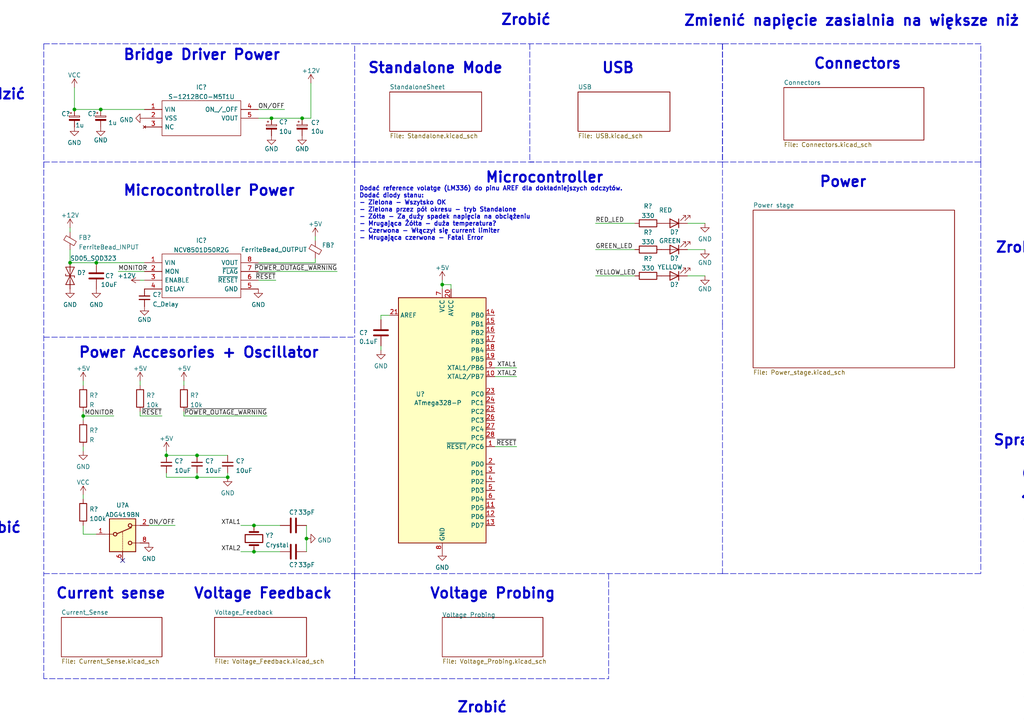
<source format=kicad_sch>
(kicad_sch (version 20211123) (generator eeschema)
  (paper "A4")
  (title_block (title "DC-DC Power Supply"))
  (lib_symbols
    (symbol "Analog_Switch:ADG419BN" (pin_names (offset 0.254))
      (property "Reference" "U" (at -3.175 4.699 0))
      (property "Value" "ADG419BN" (at -3.175 2.921 0))
      (symbol "ADG419BN_1_1"
        (rectangle (start -3.81 1.905) (end 3.81 -7.62) (stroke (width 0.254)) (fill (type background)))
        (circle (center -2.159 -2.54) (radius 0.508) (stroke (width 0.254)))
        (polyline (pts (xy -5.08 -2.54) (xy -2.794 -2.54)))
        (polyline (pts (xy -1.651 -2.413) (xy 2.54 -0.635)) (stroke (width 0.254)))
        (polyline (pts (xy 0 -7.62) (xy 0 -7.112)))
        (polyline (pts (xy 0 -6.858) (xy 0 -6.604)))
        (polyline (pts (xy 0 -6.35) (xy 0 -6.096)))
        (polyline (pts (xy 0 -5.842) (xy 0 -5.588)))
        (polyline (pts (xy 0 -5.334) (xy 0 -5.08)))
        (polyline (pts (xy 0 -4.826) (xy 0 -4.572)))
        (polyline (pts (xy 0 -4.318) (xy 0 -4.064)))
        (polyline (pts (xy 0 -3.81) (xy 0 -3.556)))
        (polyline (pts (xy 0 -3.302) (xy 0 -3.048)))
        (polyline (pts (xy 0 -2.794) (xy 0 -2.54)))
        (polyline (pts (xy 0 -2.286) (xy 0 -2.032)))
        (polyline (pts (xy 0 -2.286) (xy 0 -2.032)))
        (polyline (pts (xy 5.08 -5.08) (xy 2.794 -5.08)))
        (polyline (pts (xy 5.08 0) (xy 2.794 0)))
        (circle (center 2.159 -5.08) (radius 0.508) (stroke (width 0.254)))
        (circle (center 2.159 0) (radius 0.508) (stroke (width 0.254)))
        (pin passive line (at -7.62 -2.54 0) (length 2.54) (name "~") (number "1"))
        (pin passive line (at 7.62 0 180) (length 2.54) (name "~") (number "2"))
        (pin input line (at 0 -10.16 90) (length 2.54) (name "~") (number "6"))
        (pin passive line (at 7.62 -5.08 180) (length 2.54) (name "~") (number "8"))
      )
      (symbol "ADG419BN_2_0"
        (pin power_in line (at 0 -12.7 90) (length 2.54) (name "GND") (number "3"))
        (pin power_in line (at 0 12.7 270) (length 2.54) (name "V+") (number "4"))
        (pin power_in line (at 2.54 12.7 270) (length 2.54) (name "VL") (number "5"))
        (pin power_in line (at 2.54 -12.7 90) (length 2.54) (name "V-") (number "7"))
      )
      (symbol "ADG419BN_2_1"
        (rectangle (start -3.81 10.16) (end 6.35 -10.16) (stroke (width 0.254)) (fill (type background)))
      )
    )
    (symbol "Device:C" (pin_numbers hide) (pin_names (offset 0.254))
      (property "Reference" "C" (at 0.635 2.54 0))
      (property "Value" "C" (at 0.635 -2.54 0))
      (symbol "C_0_1"
        (polyline (pts (xy -2.032 -0.762) (xy 2.032 -0.762)) (stroke (width 0.508)))
        (polyline (pts (xy -2.032 0.762) (xy 2.032 0.762)) (stroke (width 0.508)))
      )
      (symbol "C_1_1"
        (pin passive line (at 0 3.81 270) (length 2.794) (name "~") (number "1"))
        (pin passive line (at 0 -3.81 90) (length 2.794) (name "~") (number "2"))
      )
    )
    (symbol "Device:C_Polarized_Small" (pin_numbers hide) (pin_names (offset 0.254) hide)
      (property "Reference" "C" (at 0.254 1.778 0))
      (property "Value" "C_Polarized_Small" (at 0.254 -2.032 0))
      (symbol "C_Polarized_Small_0_1"
        (rectangle (start -1.524 -0.3048) (end 1.524 -0.6858) (fill (type outline)))
        (rectangle (start -1.524 0.6858) (end 1.524 0.3048))
        (polyline (pts (xy -1.27 1.524) (xy -0.762 1.524)))
        (polyline (pts (xy -1.016 1.27) (xy -1.016 1.778)))
      )
      (symbol "C_Polarized_Small_1_1"
        (pin passive line (at 0 2.54 270) (length 1.8542) (name "~") (number "1"))
        (pin passive line (at 0 -2.54 90) (length 1.8542) (name "~") (number "2"))
      )
    )
    (symbol "Device:C_Small" (pin_numbers hide) (pin_names (offset 0.254) hide)
      (property "Reference" "C" (at 0.254 1.778 0))
      (property "Value" "C_Small" (at 0.254 -2.032 0))
      (symbol "C_Small_0_1"
        (polyline (pts (xy -1.524 -0.508) (xy 1.524 -0.508)) (stroke (width 0.3302)))
        (polyline (pts (xy -1.524 0.508) (xy 1.524 0.508)) (stroke (width 0.3048)))
      )
      (symbol "C_Small_1_1"
        (pin passive line (at 0 2.54 270) (length 2.032) (name "~") (number "1"))
        (pin passive line (at 0 -2.54 90) (length 2.032) (name "~") (number "2"))
      )
    )
    (symbol "Device:Crystal" (pin_numbers hide) (pin_names (offset 1.016) hide)
      (property "Reference" "Y" (at 0 3.81 0))
      (property "Value" "Crystal" (at 0 -3.81 0))
      (symbol "Crystal_0_1"
        (rectangle (start -1.143 2.54) (end 1.143 -2.54) (stroke (width 0.3048)))
        (polyline (pts (xy -2.54 0) (xy -1.905 0)))
        (polyline (pts (xy -1.905 -1.27) (xy -1.905 1.27)) (stroke (width 0.508)))
        (polyline (pts (xy 1.905 -1.27) (xy 1.905 1.27)) (stroke (width 0.508)))
        (polyline (pts (xy 2.54 0) (xy 1.905 0)))
      )
      (symbol "Crystal_1_1"
        (pin passive line (at -3.81 0 0) (length 1.27) (name "1") (number "1"))
        (pin passive line (at 3.81 0 180) (length 1.27) (name "2") (number "2"))
      )
    )
    (symbol "Device:FerriteBead_Small" (pin_numbers hide) (pin_names (offset 0))
      (property "Reference" "FB" (at 1.905 1.27 0))
      (property "Value" "FerriteBead_Small" (at 1.905 -1.27 0))
      (symbol "FerriteBead_Small_0_1"
        (polyline (pts (xy 0 -1.27) (xy 0 -0.7874)))
        (polyline (pts (xy 0 0.889) (xy 0 1.2954)))
        (polyline (pts (xy -1.8288 0.2794) (xy -1.1176 1.4986) (xy 1.8288 -0.2032) (xy 1.1176 -1.4224) (xy -1.8288 0.2794)))
      )
      (symbol "FerriteBead_Small_1_1"
        (pin passive line (at 0 2.54 270) (length 1.27) (name "~") (number "1"))
        (pin passive line (at 0 -2.54 90) (length 1.27) (name "~") (number "2"))
      )
    )
    (symbol "Device:LED" (pin_numbers hide) (pin_names (offset 1.016) hide)
      (property "Reference" "D" (at 0 2.54 0))
      (property "Value" "LED" (at 0 -2.54 0))
      (symbol "LED_0_1"
        (polyline (pts (xy -1.27 -1.27) (xy -1.27 1.27)) (stroke (width 0.254)))
        (polyline (pts (xy -1.27 0) (xy 1.27 0)))
        (polyline (pts (xy 1.27 -1.27) (xy 1.27 1.27) (xy -1.27 0) (xy 1.27 -1.27)) (stroke (width 0.254)))
        (polyline (pts (xy -3.048 -0.762) (xy -4.572 -2.286) (xy -3.81 -2.286) (xy -4.572 -2.286) (xy -4.572 -1.524)))
        (polyline (pts (xy -1.778 -0.762) (xy -3.302 -2.286) (xy -2.54 -2.286) (xy -3.302 -2.286) (xy -3.302 -1.524)))
      )
      (symbol "LED_1_1"
        (pin passive line (at -3.81 0 0) (length 2.54) (name "K") (number "1"))
        (pin passive line (at 3.81 0 180) (length 2.54) (name "A") (number "2"))
      )
    )
    (symbol "Device:R" (pin_numbers hide) (pin_names (offset 0))
      (property "Reference" "R" (at 2.032 0 90))
      (property "Value" "R" (at 0 0 90))
      (symbol "R_0_1"
        (rectangle (start -1.016 -2.54) (end 1.016 2.54) (stroke (width 0.254)))
      )
      (symbol "R_1_1"
        (pin passive line (at 0 3.81 270) (length 1.27) (name "~") (number "1"))
        (pin passive line (at 0 -3.81 90) (length 1.27) (name "~") (number "2"))
      )
    )
    (symbol "Diode:SD05_SOD323" (pin_numbers hide) (pin_names (offset 1.016) hide)
      (property "Reference" "D" (at 0 2.54 0))
      (property "Value" "SD05_SOD323" (at 0 -2.54 0))
      (symbol "SD05_SOD323_0_1"
        (polyline (pts (xy 1.27 0) (xy -1.27 0)))
        (polyline (pts (xy -2.54 -1.27) (xy 0 0) (xy -2.54 1.27) (xy -2.54 -1.27)) (stroke (width 0.2032)))
        (polyline (pts (xy 0.508 1.27) (xy 0 1.27) (xy 0 -1.27) (xy -0.508 -1.27)) (stroke (width 0.2032)))
        (polyline (pts (xy 2.54 1.27) (xy 2.54 -1.27) (xy 0 0) (xy 2.54 1.27)) (stroke (width 0.2032)))
      )
      (symbol "SD05_SOD323_1_1"
        (pin passive line (at -3.81 0 0) (length 2.54) (name "A1") (number "1"))
        (pin passive line (at 3.81 0 180) (length 2.54) (name "A2") (number "2"))
      )
    )
    (symbol "MCU_Microchip_ATmega:ATmega328-P"
      (property "Reference" "U" (at -12.7 36.83 0))
      (property "Value" "ATmega328-P" (at 2.54 -36.83 0))
      (symbol "ATmega328-P_0_1"
        (rectangle (start -12.7 -35.56) (end 12.7 35.56) (stroke (width 0.254)) (fill (type background)))
      )
      (symbol "ATmega328-P_1_1"
        (pin bidirectional line (at 15.24 -7.62 180) (length 2.54) (name "~{RESET}/PC6") (number "1"))
        (pin bidirectional line (at 15.24 12.7 180) (length 2.54) (name "XTAL2/PB7") (number "10"))
        (pin bidirectional line (at 15.24 -25.4 180) (length 2.54) (name "PD5") (number "11"))
        (pin bidirectional line (at 15.24 -27.94 180) (length 2.54) (name "PD6") (number "12"))
        (pin bidirectional line (at 15.24 -30.48 180) (length 2.54) (name "PD7") (number "13"))
        (pin bidirectional line (at 15.24 30.48 180) (length 2.54) (name "PB0") (number "14"))
        (pin bidirectional line (at 15.24 27.94 180) (length 2.54) (name "PB1") (number "15"))
        (pin bidirectional line (at 15.24 25.4 180) (length 2.54) (name "PB2") (number "16"))
        (pin bidirectional line (at 15.24 22.86 180) (length 2.54) (name "PB3") (number "17"))
        (pin bidirectional line (at 15.24 20.32 180) (length 2.54) (name "PB4") (number "18"))
        (pin bidirectional line (at 15.24 17.78 180) (length 2.54) (name "PB5") (number "19"))
        (pin bidirectional line (at 15.24 -12.7 180) (length 2.54) (name "PD0") (number "2"))
        (pin power_in line (at 2.54 38.1 270) (length 2.54) (name "AVCC") (number "20"))
        (pin passive line (at -15.24 30.48 0) (length 2.54) (name "AREF") (number "21"))
        (pin passive line (at 0 -38.1 90) (length 2.54) hide (name "GND") (number "22"))
        (pin bidirectional line (at 15.24 7.62 180) (length 2.54) (name "PC0") (number "23"))
        (pin bidirectional line (at 15.24 5.08 180) (length 2.54) (name "PC1") (number "24"))
        (pin bidirectional line (at 15.24 2.54 180) (length 2.54) (name "PC2") (number "25"))
        (pin bidirectional line (at 15.24 0 180) (length 2.54) (name "PC3") (number "26"))
        (pin bidirectional line (at 15.24 -2.54 180) (length 2.54) (name "PC4") (number "27"))
        (pin bidirectional line (at 15.24 -5.08 180) (length 2.54) (name "PC5") (number "28"))
        (pin bidirectional line (at 15.24 -15.24 180) (length 2.54) (name "PD1") (number "3"))
        (pin bidirectional line (at 15.24 -17.78 180) (length 2.54) (name "PD2") (number "4"))
        (pin bidirectional line (at 15.24 -20.32 180) (length 2.54) (name "PD3") (number "5"))
        (pin bidirectional line (at 15.24 -22.86 180) (length 2.54) (name "PD4") (number "6"))
        (pin power_in line (at 0 38.1 270) (length 2.54) (name "VCC") (number "7"))
        (pin power_in line (at 0 -38.1 90) (length 2.54) (name "GND") (number "8"))
        (pin bidirectional line (at 15.24 15.24 180) (length 2.54) (name "XTAL1/PB6") (number "9"))
      )
    )
    (symbol "NCV8501D50R2G:NCV8501D50R2G" (pin_names (offset 0.762))
      (property "Reference" "IC" (at 29.21 7.62 0))
      (property "Value" "NCV8501D50R2G" (at 29.21 5.08 0))
      (symbol "NCV8501D50R2G_0_0"
        (pin passive line (at 0 0 0) (length 5.08) (name "VIN") (number "1"))
        (pin passive line (at 0 -2.54 0) (length 5.08) (name "MON") (number "2"))
        (pin passive line (at 0 -5.08 0) (length 5.08) (name "ENABLE") (number "3"))
        (pin passive line (at 0 -7.62 0) (length 5.08) (name "DELAY") (number "4"))
        (pin passive line (at 33.02 -7.62 180) (length 5.08) (name "GND") (number "5"))
        (pin passive line (at 33.02 -5.08 180) (length 5.08) (name "~{RESET}") (number "6"))
        (pin passive line (at 33.02 -2.54 180) (length 5.08) (name "~{FLAG}") (number "7"))
        (pin passive line (at 33.02 0 180) (length 5.08) (name "VOUT") (number "8"))
      )
      (symbol "NCV8501D50R2G_0_1"
        (polyline (pts (xy 5.08 2.54) (xy 27.94 2.54) (xy 27.94 -10.16) (xy 5.08 -10.16) (xy 5.08 2.54)) (stroke (width 0.1524)))
      )
    )
    (symbol "S-1212BC0-M5T1U:S-1212BC0-M5T1U" (pin_names (offset 0.762))
      (property "Reference" "IC" (at 29.21 7.62 0))
      (property "Value" "S-1212BC0-M5T1U" (at 29.21 5.08 0))
      (symbol "S-1212BC0-M5T1U_0_0"
        (pin passive line (at 0 0 0) (length 5.08) (name "VIN") (number "1"))
        (pin passive line (at 0 -2.54 0) (length 5.08) (name "VSS") (number "2"))
        (pin no_connect line (at 0 -5.08 0) (length 5.08) (name "NC") (number "3"))
        (pin passive line (at 33.02 0 180) (length 5.08) (name "ON_/_OFF") (number "4"))
        (pin passive line (at 33.02 -2.54 180) (length 5.08) (name "VOUT") (number "5"))
      )
      (symbol "S-1212BC0-M5T1U_0_1"
        (polyline (pts (xy 5.08 2.54) (xy 27.94 2.54) (xy 27.94 -7.62) (xy 5.08 -7.62) (xy 5.08 2.54)) (stroke (width 0.1524)))
      )
    )
    (symbol "power:+12V" (power) (pin_names (offset 0))
      (property "Value" "+12V" (at 0 3.556 0))
      (symbol "+12V_0_1"
        (polyline (pts (xy -0.762 1.27) (xy 0 2.54)))
        (polyline (pts (xy 0 0) (xy 0 2.54)))
        (polyline (pts (xy 0 2.54) (xy 0.762 1.27)))
      )
      (symbol "+12V_1_1"
        (pin power_in line (at 0 0 90) (length 0) hide (name "+12V") (number "1"))
      )
    )
    (symbol "power:+5V" (power) (pin_names (offset 0))
      (property "Value" "+5V" (at 0 3.556 0))
      (symbol "+5V_0_1"
        (polyline (pts (xy -0.762 1.27) (xy 0 2.54)))
        (polyline (pts (xy 0 0) (xy 0 2.54)))
        (polyline (pts (xy 0 2.54) (xy 0.762 1.27)))
      )
      (symbol "+5V_1_1"
        (pin power_in line (at 0 0 90) (length 0) hide (name "+5V") (number "1"))
      )
    )
    (symbol "power:GND" (power) (pin_names (offset 0))
      (property "Value" "GND" (at 0 -3.81 0))
      (symbol "GND_0_1"
        (polyline (pts (xy 0 0) (xy 0 -1.27) (xy 1.27 -1.27) (xy 0 -2.54) (xy -1.27 -1.27) (xy 0 -1.27)))
      )
      (symbol "GND_1_1"
        (pin power_in line (at 0 0 270) (length 0) hide (name "GND") (number "1"))
      )
    )
    (symbol "power:VCC" (power) (pin_names (offset 0))
      (property "Value" "VCC" (at 0 3.81 0))
      (symbol "VCC_0_1"
        (polyline (pts (xy -0.762 1.27) (xy 0 2.54)))
        (polyline (pts (xy 0 0) (xy 0 2.54)))
        (polyline (pts (xy 0 2.54) (xy 0.762 1.27)))
      )
      (symbol "VCC_1_1"
        (pin power_in line (at 0 0 90) (length 0) hide (name "VCC") (number "1"))
      )
    )
  )
  (junction (at 88.9 156.21))
  (junction (at 27.94 76.2))
  (junction (at 78.74 34.29))
  (junction (at 48.26 132.08))
  (junction (at 87.63 34.29))
  (junction (at 21.59 31.75))
  (junction (at 20.32 76.2))
  (junction (at 57.15 138.43))
  (junction (at 128.27 82.55))
  (junction (at 73.66 160.02))
  (junction (at 29.21 31.75))
  (junction (at 24.13 120.65))
  (junction (at 73.66 152.4))
  (junction (at 66.04 138.43))
  (junction (at 57.15 132.08))
  (no_connect (at 35.56 162.56))
  (wire (pts (xy 91.44 68.58) (xy 91.44 69.85)))
  (polyline (pts (xy 102.87 196.85) (xy 176.53 196.85)))
  (wire (pts (xy 90.17 24.13) (xy 90.17 34.29)))
  (wire (pts (xy 20.32 72.39) (xy 20.32 76.2)))
  (polyline (pts (xy 12.7 196.85) (xy 12.7 166.37)))
  (wire (pts (xy 110.49 100.33) (xy 110.49 101.6)))
  (polyline (pts (xy 209.55 46.99) (xy 284.48 46.99)))
  (wire (pts (xy 57.15 132.08) (xy 66.04 132.08)))
  (wire (pts (xy 130.81 83.82) (xy 130.81 82.55)))
  (polyline (pts (xy 284.48 46.99) (xy 284.48 12.7)))
  (polyline (pts (xy 102.87 196.85) (xy 12.7 196.85)))
  (polyline (pts (xy 93.98 97.79) (xy 102.87 97.79)))
  (wire (pts (xy 21.59 31.75) (xy 21.59 25.4)))
  (polyline (pts (xy 12.7 166.37) (xy 102.87 166.37)))
  (wire (pts (xy 172.72 64.77) (xy 184.15 64.77)))
  (wire (pts (xy 24.13 119.38) (xy 24.13 120.65)))
  (wire (pts (xy 128.27 82.55) (xy 128.27 83.82)))
  (wire (pts (xy 204.47 72.39) (xy 199.39 72.39)))
  (wire (pts (xy 24.13 154.94) (xy 27.94 154.94)))
  (polyline (pts (xy 102.87 12.7) (xy 209.55 12.7)))
  (polyline (pts (xy 102.87 46.99) (xy 102.87 12.7)))
  (wire (pts (xy 24.13 120.65) (xy 33.02 120.65)))
  (wire (pts (xy 97.79 78.74) (xy 74.93 78.74)))
  (wire (pts (xy 80.01 81.28) (xy 74.93 81.28)))
  (wire (pts (xy 24.13 120.65) (xy 24.13 121.92)))
  (polyline (pts (xy 102.87 166.37) (xy 209.55 166.37)))
  (wire (pts (xy 40.64 110.49) (xy 40.64 111.76)))
  (wire (pts (xy 48.26 130.81) (xy 48.26 132.08)))
  (polyline (pts (xy 102.87 166.37) (xy 102.87 196.85)))
  (wire (pts (xy 53.34 120.65) (xy 77.47 120.65)))
  (wire (pts (xy 88.9 156.21) (xy 88.9 160.02)))
  (wire (pts (xy 40.64 81.28) (xy 41.91 81.28)))
  (wire (pts (xy 73.66 152.4) (xy 81.28 152.4)))
  (polyline (pts (xy 12.7 46.99) (xy 102.87 46.99)))
  (wire (pts (xy 74.93 76.2) (xy 91.44 76.2)))
  (polyline (pts (xy 284.48 12.7) (xy 209.55 12.7)))
  (wire (pts (xy 53.34 110.49) (xy 53.34 111.76)))
  (wire (pts (xy 48.26 138.43) (xy 48.26 137.16)))
  (polyline (pts (xy 209.55 93.98) (xy 209.55 166.37)))
  (wire (pts (xy 113.03 91.44) (xy 110.49 91.44)))
  (wire (pts (xy 20.32 76.2) (xy 27.94 76.2)))
  (wire (pts (xy 110.49 91.44) (xy 110.49 92.71)))
  (wire (pts (xy 48.26 138.43) (xy 57.15 138.43)))
  (wire (pts (xy 172.72 80.01) (xy 184.15 80.01)))
  (wire (pts (xy 149.86 129.54) (xy 143.51 129.54)))
  (wire (pts (xy 69.85 152.4) (xy 73.66 152.4)))
  (polyline (pts (xy 12.7 46.99) (xy 12.7 166.37)))
  (polyline (pts (xy 209.55 166.37) (xy 284.48 166.37)))
  (polyline (pts (xy 176.53 166.37) (xy 176.53 196.85)))
  (wire (pts (xy 24.13 129.54) (xy 24.13 130.81)))
  (wire (pts (xy 130.81 82.55) (xy 128.27 82.55)))
  (wire (pts (xy 24.13 143.51) (xy 24.13 144.78)))
  (polyline (pts (xy 102.87 46.99) (xy 102.87 97.79)))
  (wire (pts (xy 204.47 80.01) (xy 199.39 80.01)))
  (wire (pts (xy 149.86 106.68) (xy 143.51 106.68)))
  (wire (pts (xy 53.34 119.38) (xy 53.34 120.65)))
  (wire (pts (xy 40.64 120.65) (xy 46.99 120.65)))
  (wire (pts (xy 66.04 138.43) (xy 66.04 137.16)))
  (polyline (pts (xy 284.48 46.99) (xy 284.48 166.37)))
  (polyline (pts (xy 209.55 12.7) (xy 209.55 93.98)))
  (wire (pts (xy 41.91 31.75) (xy 29.21 31.75)))
  (wire (pts (xy 149.86 109.22) (xy 143.51 109.22)))
  (wire (pts (xy 24.13 110.49) (xy 24.13 111.76)))
  (polyline (pts (xy 153.67 46.99) (xy 154.94 46.99)))
  (wire (pts (xy 40.64 119.38) (xy 40.64 120.65)))
  (wire (pts (xy 57.15 138.43) (xy 66.04 138.43)))
  (wire (pts (xy 78.74 34.29) (xy 74.93 34.29)))
  (wire (pts (xy 24.13 152.4) (xy 24.13 154.94)))
  (wire (pts (xy 69.85 160.02) (xy 73.66 160.02)))
  (wire (pts (xy 90.17 34.29) (xy 87.63 34.29)))
  (wire (pts (xy 27.94 76.2) (xy 41.91 76.2)))
  (wire (pts (xy 21.59 31.75) (xy 29.21 31.75)))
  (wire (pts (xy 57.15 138.43) (xy 57.15 137.16)))
  (wire (pts (xy 87.63 34.29) (xy 78.74 34.29)))
  (wire (pts (xy 91.44 74.93) (xy 91.44 76.2)))
  (polyline (pts (xy 102.87 166.37) (xy 102.87 196.85)))
  (polyline (pts (xy 12.7 97.79) (xy 93.98 97.79)))
  (wire (pts (xy 82.55 31.75) (xy 74.93 31.75)))
  (wire (pts (xy 172.72 72.39) (xy 184.15 72.39)))
  (polyline (pts (xy 102.87 46.99) (xy 209.55 46.99)))
  (wire (pts (xy 50.8 152.4) (xy 43.18 152.4)))
  (wire (pts (xy 204.47 64.77) (xy 199.39 64.77)))
  (polyline (pts (xy 102.87 166.37) (xy 102.87 97.79)))
  (polyline (pts (xy 12.7 12.7) (xy 102.87 12.7)))
  (wire (pts (xy 73.66 160.02) (xy 81.28 160.02)))
  (polyline (pts (xy 153.67 12.7) (xy 153.67 46.99)))
  (wire (pts (xy 128.27 81.28) (xy 128.27 82.55)))
  (wire (pts (xy 88.9 152.4) (xy 88.9 156.21)))
  (wire (pts (xy 48.26 132.08) (xy 57.15 132.08)))
  (polyline (pts (xy 12.7 12.7) (xy 12.7 49.53)))
  (wire (pts (xy 20.32 66.04) (xy 20.32 67.31)))
  (polyline (pts (xy 209.55 12.7) (xy 209.55 46.99)))
  (wire (pts (xy 34.29 78.74) (xy 41.91 78.74)))
  (text "Standalone Mode" (at 146.05 21.59 180) (effects (font (size 3 3) bold) (justify right bottom)))
  (text "Zrobić" (at 6.35 154.94 180) (effects (font (size 3 3) bold) (justify right bottom)))
  (text "Zmienić napięcie zasialnia na większe niż 5V\n\n" (at 303.53 12.7 180) (effects (font (size 3 3) bold) (justify right bottom)))
  (text "Current sense" (at 48.26 173.99 180) (effects (font (size 3 3) bold) (justify right bottom)))
  (text "Zrobić" (at 160.02 7.62 180) (effects (font (size 3 3) bold) (justify right bottom)))
  (text "Bridge Driver Power\n" (at 35.56 17.78 0) (effects (font (size 3 3) (thickness 0.6) bold) (justify left bottom)))
  (text "Power\n" (at 237.49 54.61 0) (effects (font (size 3 3) (thickness 0.6) bold) (justify left bottom)))
  (text "Voltage Probing" (at 161.29 173.99 180) (effects (font (size 3 3) bold) (justify right bottom)))
  (text "Voltage Feedback" (at 96.52 173.99 180) (effects (font (size 3 3) bold) (justify right bottom)))
  (text "Zrobić" (at 147.32 207.01 180) (effects (font (size 3 3) bold) (justify right bottom)))
  (text "Reference voltage zamiast Dzielnika napięcia na MONITOR!\nSprawdzić w doksach atmegi minimalne napięcie pracy!" (at -3.81 130.81 0) (effects (font (size 3 3) bold) (justify right bottom)))
  (text "Power Accesories + Oscillator\n" (at 92.71 104.14 180) (effects (font (size 3 3) (thickness 0.6) bold) (justify right bottom)))
  (text "Zrobić" (at 303.53 73.66 180) (effects (font (size 3 3) bold) (justify right bottom)))
  (text "USB\n" (at 184.15 21.59 180) (effects (font (size 3 3) (thickness 0.6) bold) (justify right bottom)))
  (text "Co dodać:\n~Sterownik półmostka\n-Stabilizator liniowy 5V\n-USB\n-skalowanie napięcia dla mikrokontrolera\n-Voltage Feedback\n-Current Sensing\n-Diody stanu\n-Przełącznik do StandAlone\n-potencjometry do StandAlone\n-Connectory\n-USB C do ładowania telefonu" (at 295.91 210.82 0) (effects (font (size 4 4) (thickness 0.8) bold) (justify left bottom)))
  (text "Sprawdzić\n" (at 7.62 29.21 180) (effects (font (size 3 3) bold) (justify right bottom)))
  (text "Dodać reference volatge (LM336) do pinu AREF dla dokładniejszych odczytów.\nDodać diody stanu:\n- Zielona - Wszytsko OK\n- Zielona przez pół okresu - tryb Standalone\n- Zółta - Za duży spadek napięcia na obciążeniu\n- Mrugająca Żółta - duża temperatura?\n- Czerwona - Włączył się current limiter\n- Mrugająca czerwona - Fatal Error" (at 104.14 69.85 0) (effects (font (size 1.27 1.27) bold) (justify left bottom)))
  (text "Connectors\n" (at 261.62 20.32 180) (effects (font (size 3 3) bold) (justify right bottom)))
  (text "-Start logiki z coina \n" (at 294.64 219.71 0) (effects (font (size 5 5) bold) (justify left bottom)))
  (text "Sprawdzić\n" (at 311.15 129.54 180) (effects (font (size 3 3) bold) (justify right bottom)))
  (text "Microcontroller Power\n" (at 35.56 57.15 0) (effects (font (size 3 3) bold) (justify left bottom)))
  (text "Microcontroller" (at 175.26 53.34 180) (effects (font (size 3 3) bold) (justify right bottom)))
  (label "YELLOW_LED" (at 172.72 80.01 0))
  (label "GREEN_LED" (at 172.72 72.39 0))
  (label "~{RESET}" (at 149.86 129.54 180))
  (label "RED_LED" (at 172.72 64.77 0))
  (label "MONITOR" (at 34.29 78.74 0))
  (label "~{RESET}" (at 46.99 120.65 180))
  (label "~{POWER_OUTAGE_WARNING}" (at 97.79 78.74 180))
  (label "XTAL2" (at 69.85 160.02 180))
  (label "~{RESET}" (at 80.01 81.28 180))
  (label "~{POWER_OUTAGE_WARNING}" (at 77.47 120.65 180))
  (label "XTAL1" (at 69.85 152.4 180))
  (label "MONITOR" (at 33.02 120.65 180))
  (label "XTAL2" (at 149.86 109.22 180))
  (label "XTAL1" (at 149.86 106.68 180))
  (label "ON{slash}OFF" (at 50.8 152.4 180))
  (label "ON{slash}OFF" (at 82.55 31.75 180))
  (symbol (lib_id "power:+5V") (at 40.64 110.49 0) (unit 1)
    (property "Reference" "#PWR?" (effects hide))
    (property "Value" "+5V" (at 40.64 106.8855 0))
  )
  (symbol (lib_id "Diode:SD05_SOD323") (at 20.32 80.01 90) (unit 1)
    (property "Reference" "D?" (at 22.3266 79.1015 90) (effects (justify right)))
    (property "Value" "SD05_SOD323" (at 20.32 74.93 90) (effects (justify right)))
    (property "Footprint" "Diode_SMD:D_SOD-323" (effects hide))
    (property "Datasheet" "https://www.littelfuse.com/~/media/electronics/datasheets/tvs_diode_arrays/littelfuse_tvs_diode_array_sd_c_datasheet.pdf.pdf" (effects hide))
  )
  (symbol (lib_id "power:+12V") (at 90.17 24.13 0) (unit 1)
    (property "Reference" "#PWR?" (effects hide))
    (property "Value" "+12V" (at 90.17 20.5255 0))
  )
  (symbol (lib_id "power:+5V") (at 91.44 68.58 0) (unit 1)
    (property "Reference" "#PWR?" (effects hide))
    (property "Value" "+5V" (at 91.44 64.9755 0))
  )
  (symbol (lib_id "Device:C") (at 85.09 160.02 90) (unit 1)
    (property "Reference" "C?" (at 85.09 163.83 90))
    (property "Value" "33pF" (at 88.9 163.83 90))
  )
  (symbol (lib_id "power:GND") (at 27.94 83.82 0) (unit 1)
    (property "Reference" "#PWR?" (effects hide))
    (property "Value" "GND" (at 27.94 88.3825 0))
  )
  (symbol (lib_id "power:+5V") (at 48.26 130.81 0) (unit 1)
    (property "Reference" "#PWR?" (effects hide))
    (property "Value" "+5V" (at 48.26 127.2055 0))
  )
  (symbol (lib_id "Device:C") (at 85.09 152.4 90) (unit 1)
    (property "Reference" "C?" (at 85.09 148.59 90))
    (property "Value" "33pF" (at 88.9 148.59 90))
  )
  (symbol (lib_id "Device:C_Small") (at 48.26 134.62 0) (unit 1)
    (property "Reference" "C?" (at 50.5841 133.7178 0) (effects (justify left)))
    (property "Value" "10uF" (at 50.5841 136.4929 0) (effects (justify left)))
  )
  (symbol (lib_id "Device:C_Polarized_Small") (at 87.63 36.83 0) (unit 1)
    (property "Reference" "C?" (at 90.17 35.56 0) (effects (justify left)))
    (property "Value" "10u" (at 90.17 38.1 0) (effects (justify left)))
  )
  (symbol (lib_id "power:GND") (at 43.18 157.48 0) (unit 1)
    (property "Reference" "#PWR?" (effects hide))
    (property "Value" "GND" (at 43.18 162.0425 0))
  )
  (symbol (lib_id "power:GND") (at 74.93 83.82 0) (unit 1)
    (property "Reference" "#PWR?" (effects hide))
    (property "Value" "GND" (at 74.93 88.3825 0))
  )
  (symbol (lib_id "Device:R") (at 24.13 125.73 0) (unit 1)
    (property "Reference" "R?" (at 25.908 124.8215 0) (effects (justify left)))
    (property "Value" "R" (at 25.908 127.5966 0) (effects (justify left)))
  )
  (symbol (lib_id "Device:R") (at 40.64 115.57 0) (unit 1)
    (property "Reference" "R?" (at 42.418 114.6615 0) (effects (justify left)))
    (property "Value" "10k" (at 42.418 117.4366 0) (effects (justify left)))
  )
  (symbol (lib_id "NCV8501D50R2G:NCV8501D50R2G") (at 41.91 76.2 0) (unit 1)
    (property "Reference" "IC?" (at 58.42 69.7443 0))
    (property "Value" "NCV8501D50R2G" (at 58.42 72.5194 0))
    (property "Footprint" "SOIC127P600X175-8N" (effects hide))
    (property "Datasheet" "https://www.onsemi.com/pdf/datasheet/ncv8501-d.pdf" (effects hide))
    (property "Description" "ON SEMICONDUCTOR - NCV8501D50R2G - Fixed LDO Voltage Regulator, 6 V to 26 V in, 400 mV drop, 5 V and 150 mA out, SOIC-8" (effects hide))
    (property "Height" "1.75" (effects hide))
    (property "Manufacturer_Name" "ON Semiconductor" (effects hide))
    (property "Manufacturer_Part_Number" "NCV8501D50R2G" (effects hide))
    (property "Mouser Part Number" "863-NCV8501D50R2G" (effects hide))
    (property "Mouser Price/Stock" "https://www.mouser.co.uk/ProductDetail/ON-Semiconductor/NCV8501D50R2G?qs=8sOby8ZxZLEzVta0HqtfSw%3D%3D" (effects hide))
    (property "Arrow Part Number" "NCV8501D50R2G" (effects hide))
    (property "Arrow Price/Stock" "https://www.arrow.com/en/products/ncv8501d50r2g/on-semiconductor" (effects hide))
  )
  (symbol (lib_id "power:GND") (at 204.47 80.01 0) (unit 1)
    (property "Reference" "#PWR?" (effects hide))
    (property "Value" "GND" (at 204.47 83.82 0))
  )
  (symbol (lib_id "power:GND") (at 78.74 39.37 0) (unit 1)
    (property "Reference" "#PWR?" (effects hide))
    (property "Value" "GND" (at 78.74 43.18 0))
  )
  (symbol (lib_id "power:+12V") (at 40.64 81.28 90) (unit 1)
    (property "Reference" "#PWR?" (effects hide))
    (property "Value" "+12V" (at 39.37 80.01 90) (effects (justify left)))
  )
  (symbol (lib_id "Device:C_Polarized_Small") (at 78.74 36.83 0) (unit 1)
    (property "Reference" "C?" (at 80.899 35.3754 0) (effects (justify left)))
    (property "Value" "10u" (at 80.899 38.1505 0) (effects (justify left)))
  )
  (symbol (lib_id "power:+12V") (at 20.32 66.04 0) (unit 1)
    (property "Reference" "#PWR?" (effects hide))
    (property "Value" "+12V" (at 20.32 62.4355 0))
  )
  (symbol (lib_id "Device:C_Small") (at 57.15 134.62 0) (unit 1)
    (property "Reference" "C?" (at 59.4741 133.7178 0) (effects (justify left)))
    (property "Value" "10uF" (at 59.4741 136.4929 0) (effects (justify left)))
  )
  (symbol (lib_id "power:GND") (at 21.59 36.83 0) (unit 1)
    (property "Reference" "#PWR?" (effects hide))
    (property "Value" "GND" (at 21.59 41.3925 0))
  )
  (symbol (lib_id "power:GND") (at 41.91 88.9 0) (unit 1)
    (property "Reference" "#PWR?" (effects hide))
    (property "Value" "GND" (at 41.91 92.71 0))
  )
  (symbol (lib_id "power:GND") (at 110.49 101.6 0) (unit 1)
    (property "Reference" "#PWR?" (effects hide))
    (property "Value" "GND" (at 110.49 106.1625 0))
  )
  (symbol (lib_id "power:GND") (at 204.47 72.39 0) (unit 1)
    (property "Reference" "#PWR?" (effects hide))
    (property "Value" "GND" (at 204.47 76.2 0))
  )
  (symbol (lib_id "power:GND") (at 24.13 130.81 0) (unit 1)
    (property "Reference" "#PWR?" (effects hide))
    (property "Value" "GND" (at 24.13 135.3725 0))
  )
  (symbol (lib_id "S-1212BC0-M5T1U:S-1212BC0-M5T1U") (at 41.91 31.75 0) (unit 1)
    (property "Reference" "IC?" (at 58.42 25.2943 0))
    (property "Value" "S-1212BC0-M5T1U" (at 58.42 28.0694 0))
    (property "Footprint" "SOT95P275X130-5N" (effects hide))
    (property "Datasheet" "https://www.mouser.jp/datasheet/2/360/S1212B_D_E-1480071.pdf" (effects hide))
    (property "Description" "IC REG LINEAR 12V 250MA SOT23-5" (effects hide))
    (property "Height" "1.3" (effects hide))
    (property "Manufacturer_Name" "ABLIC Inc." (effects hide))
    (property "Manufacturer_Part_Number" "S-1212BC0-M5T1U" (effects hide))
  )
  (symbol (lib_id "Device:C_Small") (at 41.91 86.36 0) (unit 1)
    (property "Reference" "C?" (at 44.2341 85.4578 0) (effects (justify left)))
    (property "Value" "C_Delay" (at 44.2341 88.2329 0) (effects (justify left)))
  )
  (symbol (lib_id "Device:C_Small") (at 66.04 134.62 0) (unit 1)
    (property "Reference" "C?" (at 68.3641 133.7178 0) (effects (justify left)))
    (property "Value" "10uF" (at 68.3641 136.4929 0) (effects (justify left)))
  )
  (symbol (lib_id "Device:Crystal") (at 73.66 156.21 90) (unit 1)
    (property "Reference" "Y?" (at 76.9874 155.3015 90) (effects (justify right)))
    (property "Value" "Crystal" (at 76.9874 158.0766 90) (effects (justify right)))
  )
  (symbol (lib_id "Device:FerriteBead_Small") (at 91.44 72.39 0) (unit 1)
    (property "Reference" "FB?" (at 93.345 71.12 0) (effects (justify left)))
    (property "Value" "FerriteBead_OUTPUT" (at 69.85 72.39 0) (effects (justify left)))
  )
  (symbol (lib_id "Device:FerriteBead_Small") (at 20.32 69.85 0) (unit 1)
    (property "Reference" "FB?" (at 22.7838 68.9034 0) (effects (justify left)))
    (property "Value" "FerriteBead_INPUT" (at 22.7838 71.6785 0) (effects (justify left)))
  )
  (symbol (lib_id "Device:R") (at 187.96 72.39 90) (unit 1)
    (property "Reference" "R?" (at 187.96 67.4075 90))
    (property "Value" "330" (at 187.96 70.1826 90))
  )
  (symbol (lib_id "Device:R") (at 187.96 64.77 90) (unit 1)
    (property "Reference" "R?" (at 187.96 59.7875 90))
    (property "Value" "330" (at 187.96 62.5626 90))
  )
  (symbol (lib_id "power:+5V") (at 128.27 81.28 0) (unit 1)
    (property "Reference" "#PWR?" (effects hide))
    (property "Value" "+5V" (at 128.27 77.6755 0))
  )
  (symbol (lib_id "power:GND") (at 20.32 83.82 0) (unit 1)
    (property "Reference" "#PWR?" (effects hide))
    (property "Value" "GND" (at 20.32 88.3825 0))
  )
  (symbol (lib_id "Device:C_Polarized_Small") (at 29.21 34.29 0) (unit 1)
    (property "Reference" "C?" (at 25.4 33.02 0) (effects (justify left)))
    (property "Value" "1u" (at 31.369 35.6105 0) (effects (justify left)))
  )
  (symbol (lib_id "Device:C") (at 27.94 80.01 0) (unit 1)
    (property "Reference" "C?" (at 30.48 80.01 0) (effects (justify left)))
    (property "Value" "10uF" (at 29.21 82.55 0) (effects (justify left)))
  )
  (symbol (lib_id "power:GND") (at 66.04 138.43 0) (unit 1)
    (property "Reference" "#PWR?" (effects hide))
    (property "Value" "GND" (at 66.04 142.9925 0))
  )
  (symbol (lib_id "power:GND") (at 128.27 160.02 0) (unit 1)
    (property "Reference" "#PWR?" (effects hide))
    (property "Value" "GND" (at 128.27 164.5825 0))
  )
  (symbol (lib_id "Device:R") (at 24.13 148.59 0) (unit 1)
    (property "Reference" "R?" (at 25.908 147.6815 0) (effects (justify left)))
    (property "Value" "100k" (at 25.908 150.4566 0) (effects (justify left)))
  )
  (symbol (lib_id "Device:C_Polarized_Small") (at 21.59 34.29 0) (unit 1)
    (property "Reference" "C?" (at 17.78 33.02 0) (effects (justify left)))
    (property "Value" "1u" (at 21.844 36.322 0) (effects (justify left)))
  )
  (symbol (lib_id "power:+5V") (at 53.34 110.49 0) (unit 1)
    (property "Reference" "#PWR?" (effects hide))
    (property "Value" "+5V" (at 53.34 106.8855 0))
  )
  (symbol (lib_id "Analog_Switch:ADG419BN") (at 35.56 152.4 0) (unit 1)
    (property "Reference" "U?" (at 35.56 146.5285 0))
    (property "Value" "ADG419BN" (at 35.56 149.3036 0))
    (property "Footprint" "Package_DIP:DIP-8_W7.62mm" (effects hide))
    (property "Datasheet" "https://www.analog.com/media/en/technical-documentation/data-sheets/ADG419.pdf" (effects hide))
  )
  (symbol (lib_id "power:GND") (at 29.21 36.83 0) (unit 1)
    (property "Reference" "#PWR?" (effects hide))
    (property "Value" "GND" (at 29.21 40.64 0))
  )
  (symbol (lib_id "power:GND") (at 88.9 156.21 90) (unit 1)
    (property "Reference" "#PWR?" (effects hide))
    (property "Value" "GND" (at 92.075 156.689 90) (effects (justify right)))
  )
  (symbol (lib_id "MCU_Microchip_ATmega:ATmega328-P") (at 128.27 121.92 0) (unit 1)
    (property "Reference" "U?" (at 121.92 114.3 0))
    (property "Value" "ATmega328-P" (at 127 116.84 0))
    (property "Footprint" "Package_DIP:DIP-28_W7.62mm" (effects hide))
    (property "Datasheet" "http://ww1.microchip.com/downloads/en/DeviceDoc/ATmega328_P%20AVR%20MCU%20with%20picoPower%20Technology%20Data%20Sheet%2040001984A.pdf" (effects hide))
  )
  (symbol (lib_id "power:GND") (at 41.91 34.29 270) (unit 1)
    (property "Reference" "#PWR?" (effects hide))
    (property "Value" "GND" (at 38.7351 34.769 90) (effects (justify right)))
  )
  (symbol (lib_id "Device:LED") (at 195.58 80.01 180) (unit 1)
    (property "Reference" "D?" (at 195.58 82.55 0))
    (property "Value" "YELLOW" (at 194.31 77.47 0))
  )
  (symbol (lib_id "Device:R") (at 53.34 115.57 0) (unit 1)
    (property "Reference" "R?" (at 55.118 114.6615 0) (effects (justify left)))
    (property "Value" "10k" (at 55.118 117.4366 0) (effects (justify left)))
  )
  (symbol (lib_id "Device:R") (at 187.96 80.01 90) (unit 1)
    (property "Reference" "R?" (at 187.96 75.0275 90))
    (property "Value" "330" (at 187.96 77.8026 90))
  )
  (symbol (lib_id "power:GND") (at 87.63 39.37 0) (unit 1)
    (property "Reference" "#PWR?" (effects hide))
    (property "Value" "GND" (at 87.63 43.18 0))
  )
  (symbol (lib_id "Device:LED") (at 195.58 64.77 180) (unit 1)
    (property "Reference" "D?" (at 195.58 67.31 0))
    (property "Value" "RED" (at 193.04 60.96 0))
  )
  (symbol (lib_id "Device:R") (at 24.13 115.57 0) (unit 1)
    (property "Reference" "R?" (at 25.908 114.6615 0) (effects (justify left)))
    (property "Value" "R" (at 25.908 117.4366 0) (effects (justify left)))
  )
  (symbol (lib_id "power:VCC") (at 21.59 25.4 0) (unit 1)
    (property "Reference" "#PWR?" (effects hide))
    (property "Value" "VCC" (at 21.59 21.7955 0))
  )
  (symbol (lib_id "power:+5V") (at 24.13 110.49 0) (unit 1)
    (property "Reference" "#PWR?" (effects hide))
    (property "Value" "+5V" (at 24.13 106.8855 0))
  )
  (symbol (lib_id "Device:C") (at 110.49 96.52 0) (unit 1)
    (property "Reference" "C?" (at 104.14 96.52 0) (effects (justify left)))
    (property "Value" "0.1uF" (at 104.14 99.06 0) (effects (justify left)))
  )
  (symbol (lib_id "power:GND") (at 204.47 64.77 0) (unit 1)
    (property "Reference" "#PWR?" (effects hide))
    (property "Value" "GND" (at 204.47 69.3325 0))
  )
  (symbol (lib_id "power:VCC") (at 24.13 143.51 0) (unit 1)
    (property "Reference" "#PWR?" (effects hide))
    (property "Value" "VCC" (at 24.13 139.9055 0))
  )
  (symbol (lib_id "Device:LED") (at 195.58 72.39 180) (unit 1)
    (property "Reference" "D?" (at 195.58 74.93 0))
    (property "Value" "GREEN" (at 194.31 69.85 0))
  )
  (sheet (at 167.64 26.67) (size 26.67 11.43) (stroke (width 0.1524))
    (property "Sheet name" "USB" (at 167.64 25.9584 0) (effects (justify left bottom)))
    (property "Sheet file" "USB.kicad_sch" (at 167.64 38.6846 0) (effects (justify left top)))
  )
  (sheet (at 218.44 60.96) (size 58.42 45.72) (stroke (width 0.1524))
    (property "Sheet name" "Power stage" (at 218.44 60.2484 0) (effects (justify left bottom)))
    (property "Sheet file" "Power_stage.kicad_sch" (at 218.44 107.2646 0) (effects (justify left top)))
  )
  (sheet (at 113.03 26.67) (size 26.67 11.43) (stroke (width 0.1524))
    (property "Sheet name" "StandaloneSheet" (at 113.03 25.9584 0) (effects (justify left bottom)))
    (property "Sheet file" "Standalone.kicad_sch" (at 113.03 38.6846 0) (effects (justify left top)))
  )
  (sheet (at 62.23 179.07) (size 26.67 11.43) (stroke (width 0.1524))
    (property "Sheet name" "Voltage_Feedback" (at 62.23 178.3584 0) (effects (justify left bottom)))
    (property "Sheet file" "Voltage_Feedback.kicad_sch" (at 62.23 191.0846 0) (effects (justify left top)))
  )
  (sheet (at 128.27 179.07) (size 29.21 11.43) (stroke (width 0.1524))
    (property "Sheet name" "Voltage_Probing" (at 128.27 179.07 0) (effects (justify left bottom)))
    (property "Sheet file" "Voltage_Probing.kicad_sch" (at 128.27 191.0846 0) (effects (justify left top)))
  )
  (sheet (at 227.33 25.4) (size 40.64 15.24) (stroke (width 0.1524))
    (property "Sheet name" "Connectors" (at 227.33 24.6884 0) (effects (justify left bottom)))
    (property "Sheet file" "Connectors.kicad_sch" (at 227.33 41.2246 0) (effects (justify left top)))
  )
  (sheet (at 17.78 179.07) (size 29.21 11.43) (stroke (width 0.1524))
    (property "Sheet name" "Current_Sense" (at 17.78 178.3584 0) (effects (justify left bottom)))
    (property "Sheet file" "Current_Sense.kicad_sch" (at 17.78 191.0846 0) (effects (justify left top)))
  )
)
</source>
